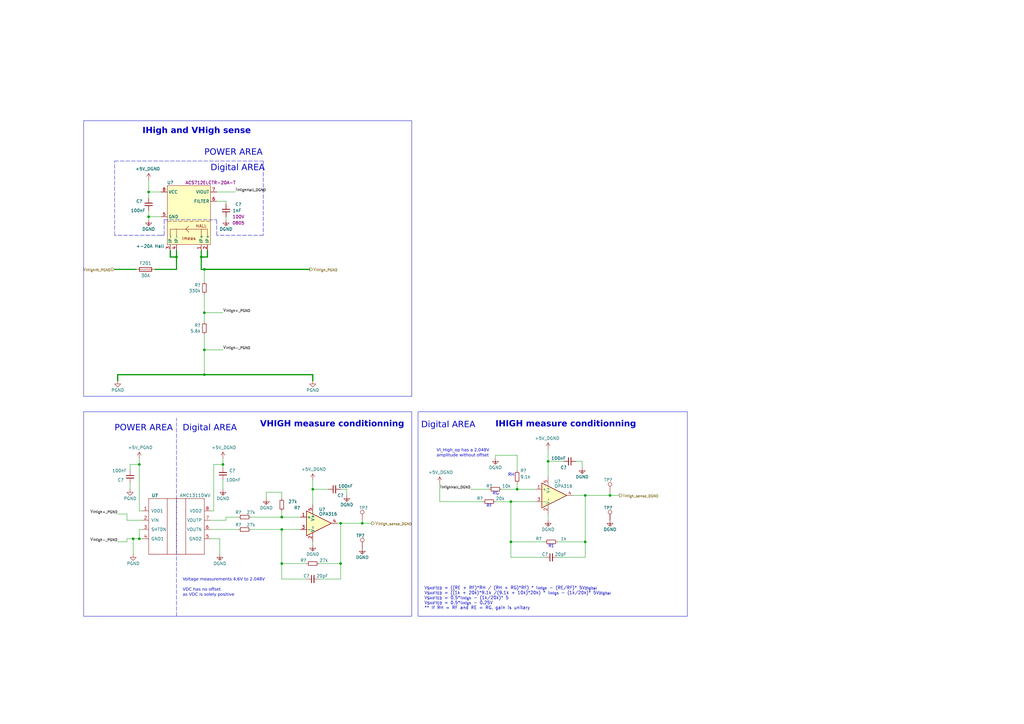
<source format=kicad_sch>
(kicad_sch (version 20230121) (generator eeschema)
  (paper "A3")
  (title_block (title "OWNVERTER V1.0") (comment 1 "TWR"))
  (lib_symbols
    (symbol "Amplifier_Operational:TLV6001DCK" (pin_names (offset 0.127))
      (property "Reference" "U203" (at 2.54 5.715 0))
      (property "Value" "OPA316" (at 2.54 3.81 0))
      (symbol "TLV6001DCK_0_1"
        (polyline (pts (xy -2.54 5.08) (xy -2.54 -5.08) (xy 7.62 0) (xy -2.54 5.08)) (stroke (width 0.254)) (fill (type background)))
      )
      (symbol "TLV6001DCK_1_1"
        (pin input line (at -5.08 2.54 0) (length 2.54) (name "+") (number "1"))
        (pin power_in line (at 0 -7.62 90) (length 3.81) (name "V-") (number "2"))
        (pin input line (at -5.08 -2.54 0) (length 2.54) (name "-") (number "3"))
        (pin output line (at 10.16 0 180) (length 2.54) (name "") (number "4"))
        (pin power_in line (at 0 7.62 270) (length 3.81) (name "V+") (number "5"))
      )
    )
    (symbol "Connector:TestPoint" (pin_numbers hide) (pin_names (offset 0.762) hide)
      (property "Reference" "TP" (at 0 6.858 0))
      (property "Value" "TestPoint" (at 0 5.08 0))
      (symbol "TestPoint_0_1"
        (circle (center 0 3.302) (radius 0.762))
      )
      (symbol "TestPoint_1_1"
        (pin passive line (at 0 0 90) (length 2.54) (name "1") (number "1"))
      )
    )
    (symbol "Device:C_Small" (pin_numbers hide) (pin_names (offset 0.254) hide)
      (property "Reference" "C" (at 0.254 1.778 0))
      (property "Value" "C_Small" (at 0.254 -2.032 0))
      (symbol "C_Small_0_1"
        (polyline (pts (xy -1.524 -0.508) (xy 1.524 -0.508)) (stroke (width 0.3302)))
        (polyline (pts (xy -1.524 0.508) (xy 1.524 0.508)) (stroke (width 0.3048)))
      )
      (symbol "C_Small_1_1"
        (pin passive line (at 0 2.54 270) (length 2.032) (name "~") (number "1"))
        (pin passive line (at 0 -2.54 90) (length 2.032) (name "~") (number "2"))
      )
    )
    (symbol "Device:Fuse" (pin_numbers hide) (pin_names (offset 0))
      (property "Reference" "F" (at 2.032 0 90))
      (property "Value" "Fuse" (at -1.905 0 90))
      (symbol "Fuse_0_1"
        (rectangle (start -0.762 -2.54) (end 0.762 2.54) (stroke (width 0.254)))
        (polyline (pts (xy 0 2.54) (xy 0 -2.54)))
      )
      (symbol "Fuse_1_1"
        (pin passive line (at 0 3.81 270) (length 1.27) (name "~") (number "1"))
        (pin passive line (at 0 -3.81 90) (length 1.27) (name "~") (number "2"))
      )
    )
    (symbol "Device:R_Small" (pin_numbers hide) (pin_names (offset 0.254) hide)
      (property "Reference" "R" (at 0.762 0.508 0))
      (property "Value" "R_Small" (at 0.762 -1.016 0))
      (symbol "R_Small_0_1"
        (rectangle (start -0.762 1.778) (end 0.762 -1.778) (stroke (width 0.2032)))
      )
      (symbol "R_Small_1_1"
        (pin passive line (at 0 2.54 270) (length 0.762) (name "~") (number "1"))
        (pin passive line (at 0 -2.54 90) (length 0.762) (name "~") (number "2"))
      )
    )
    (symbol "R_Small_14" (pin_numbers hide) (pin_names (offset 0.254) hide)
      (property "Reference" "R" (at 0.762 0.508 0))
      (property "Value" "R_Small_14" (at 0.762 -1.016 0))
      (symbol "R_Small_14_0_1"
        (rectangle (start -0.762 1.778) (end 0.762 -1.778) (stroke (width 0.2032)))
      )
      (symbol "R_Small_14_1_1"
        (pin passive line (at 0 2.54 270) (length 0.762) (name "~") (number "1"))
        (pin passive line (at 0 -2.54 90) (length 0.762) (name "~") (number "2"))
      )
    )
    (symbol "R_Small_5" (pin_numbers hide) (pin_names (offset 0.254) hide)
      (property "Reference" "R" (at 0.762 0.508 0))
      (property "Value" "R_Small_5" (at 0.762 -1.016 0))
      (symbol "R_Small_5_0_1"
        (rectangle (start -0.762 1.778) (end 0.762 -1.778) (stroke (width 0.2032)))
      )
      (symbol "R_Small_5_1_1"
        (pin passive line (at 0 2.54 270) (length 0.762) (name "~") (number "1"))
        (pin passive line (at 0 -2.54 90) (length 0.762) (name "~") (number "2"))
      )
    )
    (symbol "R_Small_6" (pin_numbers hide) (pin_names (offset 0.254) hide)
      (property "Reference" "R" (at 0.762 0.508 0))
      (property "Value" "R_Small_6" (at 0.762 -1.016 0))
      (symbol "R_Small_6_0_1"
        (rectangle (start -0.762 1.778) (end 0.762 -1.778) (stroke (width 0.2032)))
      )
      (symbol "R_Small_6_1_1"
        (pin passive line (at 0 2.54 270) (length 0.762) (name "~") (number "1"))
        (pin passive line (at 0 -2.54 90) (length 0.762) (name "~") (number "2"))
      )
    )
    (symbol "Symbols:+5V_DGND" (power) (in_bom no) (on_board no)
      (property "Value" "+5V_DGND" (at -0.127 3.81 0))
      (symbol "+5V_DGND_0_1"
        (polyline (pts (xy -0.762 1.27) (xy 0 2.54)))
        (polyline (pts (xy 0 0) (xy 0 2.54)))
        (polyline (pts (xy 0 2.54) (xy 0.762 1.27)))
      )
      (symbol "+5V_DGND_1_1"
        (pin power_in line (at 0 0 90) (length 0) hide (name "+5V_DGND") (number "1"))
      )
    )
    (symbol "Symbols:+5V_PGND" (power) (in_bom no) (on_board no)
      (property "Value" "+5V_PGND" (at -0.127 3.81 0))
      (symbol "+5V_PGND_0_1"
        (polyline (pts (xy -0.762 1.27) (xy 0 2.54)))
        (polyline (pts (xy 0 0) (xy 0 2.54)))
        (polyline (pts (xy 0 2.54) (xy 0.762 1.27)))
      )
      (symbol "+5V_PGND_1_1"
        (pin power_in line (at 0 0 90) (length 0) hide (name "+5V_PGND") (number "1"))
      )
    )
    (symbol "Symbols:ACS712ELCTR-20A-T"
      (property "Reference" "U" (at -7.62 10.16 0))
      (property "Value" "+-20A" (at 0 0 0))
      (symbol "ACS712ELCTR-20A-T_0_0"
        (rectangle (start -8.89 8.89) (end 8.89 -15.24) (fill (type background)))
        (polyline (pts (xy -8.89 -5.715) (xy 8.89 -5.715)) (stroke (width 0) (type dash)))
        (polyline (pts (xy 0 -10.16) (xy -1.27 -8.89) (xy 0 -7.62)))
        (text "HALL" (at 5.08 -7.62 0) (effects (font (size 1.27 1.27))))
        (text "Imeas" (at 0 -12.7 0) (effects (font (size 1.27 1.27))))
      )
      (symbol "ACS712ELCTR-20A-T_0_1"
        (polyline (pts (xy 5.08 -8.89) (xy 7.62 -8.89) (xy 7.62 -11.43)))
        (polyline (pts (xy -7.62 -11.43) (xy -7.62 -8.89) (xy -5.08 -8.89) (xy -7.62 -8.89)))
        (polyline (pts (xy -5.08 -11.43) (xy -5.08 -8.89) (xy 5.08 -8.89) (xy 5.08 -11.43)))
      )
      (symbol "ACS712ELCTR-20A-T_1_1"
        (pin passive line (at 5.08 -17.78 90) (length 2.54) (name "IP+") (number "1"))
        (pin passive line (at 7.62 -17.78 90) (length 2.54) (name "IP+") (number "2"))
        (pin passive line (at -7.62 -17.78 90) (length 2.54) (name "IP-") (number "3"))
        (pin passive line (at -5.08 -17.78 90) (length 2.54) (name "IP-") (number "4"))
        (pin power_in line (at -11.43 -3.81 0) (length 2.54) (name "GND") (number "5"))
        (pin passive line (at 11.43 2.54 180) (length 2.54) (name "FILTER") (number "6"))
        (pin output line (at 11.43 6.35 180) (length 2.54) (name "VIOUT") (number "7"))
        (pin power_in line (at -11.43 6.35 0) (length 2.54) (name "VCC") (number "8"))
      )
    )
    (symbol "Symbols:AMC1311DBW" (pin_names (offset 1.016))
      (property "Reference" "U" (at -11.43 13.97 0))
      (property "Value" "AMC1311DBW" (at 7.62 -11.43 0))
      (symbol "AMC1311DBW_0_1"
        (rectangle (start -11.43 12.7) (end 11.43 -10.16))
        (polyline (pts (xy -3.81 12.7) (xy -3.81 -10.16)))
        (polyline (pts (xy 0 12.7) (xy 0 -10.16)) (stroke (width 0) (type dash)))
        (polyline (pts (xy 3.81 12.7) (xy 3.81 -10.16)))
      )
      (symbol "AMC1311DBW_1_1"
        (pin power_in line (at -13.97 7.62 0) (length 2.54) (name "VDD1") (number "1"))
        (pin input line (at -13.97 3.81 0) (length 2.54) (name "VIN") (number "2"))
        (pin input line (at -13.97 0 0) (length 2.54) (name "SHTDN") (number "3"))
        (pin power_in line (at -13.97 -3.81 0) (length 2.54) (name "GND1") (number "4"))
        (pin power_in line (at 13.97 -3.81 180) (length 2.54) (name "GND2") (number "5"))
        (pin output line (at 13.97 0 180) (length 2.54) (name "VOUTN") (number "6"))
        (pin output line (at 13.97 3.81 180) (length 2.54) (name "VOUTP") (number "7"))
        (pin power_in line (at 13.97 7.62 180) (length 2.54) (name "VDD2") (number "8"))
      )
    )
    (symbol "Symbols:DGND" (power) (pin_names (offset 0))
      (property "Value" "DGND" (at 0 -3.81 0))
      (symbol "DGND_0_0"
        (text "D" (at 0 -1.778 0) (effects (font (size 0.63 0.63))))
      )
      (symbol "DGND_0_1"
        (polyline (pts (xy 0 0) (xy 0 -1.27) (xy 1.27 -1.27) (xy 0 -2.54) (xy -1.27 -1.27) (xy 0 -1.27)))
      )
      (symbol "DGND_1_1"
        (pin power_in line (at 0 0 270) (length 0) hide (name "DGND") (number "1"))
      )
    )
    (symbol "Symbols:PGND" (power) (pin_names (offset 0))
      (property "Value" "PGND" (at 0 -3.81 0))
      (symbol "PGND_0_1"
        (polyline (pts (xy 0 0) (xy 0 -1.27) (xy 1.27 -1.27) (xy 0 -2.54) (xy -1.27 -1.27) (xy 0 -1.27)))
      )
      (symbol "PGND_1_1"
        (pin power_in line (at 0 0 270) (length 0) hide (name "PGND") (number "1"))
      )
    )
    (symbol "TLV6001DCK_1" (pin_names (offset 0.127))
      (property "Reference" "U" (at 7.62 2.54 0))
      (property "Value" "TLV6001DCK" (at 11.43 -2.54 0))
      (symbol "TLV6001DCK_1_0_1"
        (polyline (pts (xy -2.54 5.08) (xy -2.54 -5.08) (xy 7.62 0) (xy -2.54 5.08)) (stroke (width 0.254)) (fill (type background)))
      )
      (symbol "TLV6001DCK_1_1_1"
        (pin input line (at -5.08 2.54 0) (length 2.54) (name "+") (number "1"))
        (pin power_in line (at 0 -7.62 90) (length 3.81) (name "V-") (number "2"))
        (pin input line (at -5.08 -2.54 0) (length 2.54) (name "-") (number "3"))
        (pin output line (at 10.16 0 180) (length 2.54) (name "~") (number "4"))
        (pin power_in line (at 0 7.62 270) (length 3.81) (name "V+") (number "5"))
      )
    )
  )
  (junction (at 91.44 190.5))
  (junction (at 83.82 143.51))
  (junction (at 83.82 110.49))
  (junction (at 60.96 88.9))
  (junction (at 83.82 153.67))
  (junction (at 240.03 222.25))
  (junction (at 115.57 231.14))
  (junction (at 250.19 203.2))
  (junction (at 72.39 105.41))
  (junction (at 82.55 105.41))
  (junction (at 128.27 200.66))
  (junction (at 209.55 222.25))
  (junction (at 83.82 128.27))
  (junction (at 139.7 214.63))
  (junction (at 148.59 214.63))
  (junction (at 57.15 220.98))
  (junction (at 54.61 220.98))
  (junction (at 57.15 190.5))
  (junction (at 115.57 217.17))
  (junction (at 60.96 78.74))
  (junction (at 240.03 203.2))
  (junction (at 115.57 212.09))
  (junction (at 212.09 200.66))
  (junction (at 209.55 205.74))
  (junction (at 139.7 231.14))
  (junction (at 224.79 189.23))
  (wire (pts (xy 48.26 153.67) (xy 48.26 156.21)) (stroke (width 0.5)))
  (wire (pts (xy 203.2 205.74) (xy 209.55 205.74)))
  (polyline (pts (xy 66.04 96.52) (xy 46.99 96.52)) (stroke (width 0) (type dash)))
  (wire (pts (xy 91.44 190.5) (xy 87.63 190.5)))
  (wire (pts (xy 60.96 88.9) (xy 60.96 90.17)))
  (wire (pts (xy 86.36 220.98) (xy 90.17 220.98)))
  (wire (pts (xy 128.27 200.66) (xy 134.62 200.66)))
  (wire (pts (xy 228.6 228.6) (xy 240.03 228.6)))
  (polyline (pts (xy 67.31 90.17) (xy 88.9 90.17)) (stroke (width 0) (type dash)))
  (wire (pts (xy 58.42 217.17) (xy 57.15 217.17)))
  (wire (pts (xy 91.44 128.27) (xy 83.82 128.27)))
  (wire (pts (xy 148.59 214.63) (xy 152.4 214.63)))
  (wire (pts (xy 224.79 184.15) (xy 224.79 189.23)))
  (wire (pts (xy 72.39 105.41) (xy 72.39 110.49)) (stroke (width 0.45)))
  (wire (pts (xy 139.7 214.63) (xy 139.7 231.14)))
  (wire (pts (xy 212.09 200.66) (xy 219.71 200.66)))
  (wire (pts (xy 52.07 213.36) (xy 52.07 210.82)))
  (wire (pts (xy 48.26 210.82) (xy 52.07 210.82)))
  (wire (pts (xy 92.71 82.55) (xy 88.9 82.55)))
  (wire (pts (xy 139.7 200.66) (xy 142.24 200.66)))
  (wire (pts (xy 203.2 186.69) (xy 212.09 186.69)))
  (wire (pts (xy 87.63 190.5) (xy 87.63 209.55)))
  (wire (pts (xy 109.22 201.93) (xy 115.57 201.93)))
  (wire (pts (xy 52.07 220.98) (xy 54.61 220.98)))
  (wire (pts (xy 180.34 205.74) (xy 198.12 205.74)))
  (wire (pts (xy 115.57 212.09) (xy 123.19 212.09)))
  (wire (pts (xy 148.59 214.63) (xy 139.7 214.63)))
  (wire (pts (xy 92.71 83.82) (xy 92.71 82.55)))
  (wire (pts (xy 82.55 105.41) (xy 85.09 105.41)) (stroke (width 0.5)))
  (wire (pts (xy 72.39 102.87) (xy 72.39 105.41)) (stroke (width 0.45)))
  (wire (pts (xy 138.43 214.63) (xy 139.7 214.63)))
  (wire (pts (xy 238.76 189.23) (xy 238.76 191.77)))
  (wire (pts (xy 85.09 105.41) (xy 85.09 102.87)) (stroke (width 0.5)))
  (wire (pts (xy 128.27 196.85) (xy 128.27 200.66)))
  (wire (pts (xy 128.27 153.67) (xy 128.27 156.21)) (stroke (width 0.5)))
  (wire (pts (xy 58.42 213.36) (xy 52.07 213.36)))
  (wire (pts (xy 240.03 203.2) (xy 250.19 203.2)))
  (wire (pts (xy 66.04 78.74) (xy 60.96 78.74)))
  (wire (pts (xy 102.87 217.17) (xy 115.57 217.17)))
  (wire (pts (xy 212.09 186.69) (xy 212.09 193.04)))
  (wire (pts (xy 83.82 153.67) (xy 128.27 153.67)) (stroke (width 0.5)))
  (wire (pts (xy 91.44 196.85) (xy 91.44 200.66)))
  (wire (pts (xy 209.55 205.74) (xy 209.55 222.25)))
  (wire (pts (xy 109.22 201.93) (xy 109.22 204.47)))
  (polyline (pts (xy 88.9 96.52) (xy 88.9 90.17)) (stroke (width 0) (type dash)))
  (wire (pts (xy 92.71 212.09) (xy 92.71 213.36)))
  (wire (pts (xy 209.55 222.25) (xy 223.52 222.25)))
  (wire (pts (xy 203.2 186.69) (xy 203.2 187.96)))
  (wire (pts (xy 57.15 187.96) (xy 57.15 190.5)))
  (wire (pts (xy 48.26 153.67) (xy 83.82 153.67)) (stroke (width 0.5)))
  (wire (pts (xy 250.19 201.93) (xy 250.19 203.2)))
  (polyline (pts (xy 67.31 96.52) (xy 66.04 96.52)) (stroke (width 0) (type dash)))
  (wire (pts (xy 83.82 137.16) (xy 83.82 143.51)))
  (wire (pts (xy 52.07 220.98) (xy 52.07 222.25)))
  (wire (pts (xy 115.57 204.47) (xy 115.57 201.93)))
  (wire (pts (xy 83.82 110.49) (xy 127 110.49)) (stroke (width 0.5)))
  (wire (pts (xy 92.71 213.36) (xy 86.36 213.36)))
  (wire (pts (xy 57.15 220.98) (xy 58.42 220.98)))
  (wire (pts (xy 115.57 231.14) (xy 115.57 237.49)))
  (wire (pts (xy 91.44 187.96) (xy 91.44 190.5)))
  (wire (pts (xy 82.55 105.41) (xy 82.55 110.49)) (stroke (width 0.45)))
  (wire (pts (xy 83.82 120.65) (xy 83.82 128.27)))
  (wire (pts (xy 53.34 190.5) (xy 57.15 190.5)))
  (polyline (pts (xy 67.31 90.17) (xy 67.31 96.52)) (stroke (width 0) (type dash)))
  (wire (pts (xy 82.55 110.49) (xy 83.82 110.49)) (stroke (width 0.45)))
  (wire (pts (xy 224.79 189.23) (xy 224.79 195.58)))
  (wire (pts (xy 130.81 237.49) (xy 139.7 237.49)))
  (wire (pts (xy 180.34 198.12) (xy 180.34 205.74)))
  (wire (pts (xy 60.96 88.9) (xy 66.04 88.9)))
  (wire (pts (xy 125.73 237.49) (xy 115.57 237.49)))
  (wire (pts (xy 86.36 217.17) (xy 97.79 217.17)))
  (wire (pts (xy 142.24 200.66) (xy 142.24 203.2)))
  (wire (pts (xy 83.82 128.27) (xy 83.82 132.08)))
  (wire (pts (xy 91.44 143.51) (xy 83.82 143.51)))
  (wire (pts (xy 90.17 220.98) (xy 90.17 227.33)))
  (wire (pts (xy 115.57 217.17) (xy 115.57 231.14)))
  (wire (pts (xy 57.15 209.55) (xy 58.42 209.55)))
  (wire (pts (xy 224.79 189.23) (xy 231.14 189.23)))
  (polyline (pts (xy 107.95 96.52) (xy 88.9 96.52)) (stroke (width 0) (type dash)))
  (wire (pts (xy 115.57 209.55) (xy 115.57 212.09)))
  (wire (pts (xy 60.96 78.74) (xy 60.96 81.28)))
  (wire (pts (xy 212.09 198.12) (xy 212.09 200.66)))
  (wire (pts (xy 48.26 222.25) (xy 52.07 222.25)))
  (wire (pts (xy 209.55 205.74) (xy 219.71 205.74)))
  (wire (pts (xy 240.03 203.2) (xy 240.03 222.25)))
  (polyline (pts (xy 72.39 252.73) (xy 72.39 171.45)) (stroke (width 0) (type dash)))
  (wire (pts (xy 63.5 110.49) (xy 72.39 110.49)) (stroke (width 0.45)))
  (wire (pts (xy 130.81 231.14) (xy 139.7 231.14)))
  (wire (pts (xy 72.39 105.41) (xy 69.85 105.41)) (stroke (width 0.5)))
  (wire (pts (xy 224.79 210.82) (xy 224.79 213.36)))
  (wire (pts (xy 97.79 212.09) (xy 92.71 212.09)))
  (wire (pts (xy 139.7 231.14) (xy 139.7 237.49)))
  (wire (pts (xy 128.27 200.66) (xy 128.27 207.01)))
  (wire (pts (xy 250.19 203.2) (xy 254 203.2)))
  (wire (pts (xy 92.71 88.9) (xy 92.71 90.17)))
  (wire (pts (xy 54.61 220.98) (xy 57.15 220.98)))
  (polyline (pts (xy 107.95 66.04) (xy 107.95 96.52)) (stroke (width 0) (type dash)))
  (wire (pts (xy 69.85 105.41) (xy 69.85 102.87)) (stroke (width 0.5)))
  (wire (pts (xy 228.6 222.25) (xy 240.03 222.25)))
  (wire (pts (xy 88.9 78.74) (xy 96.52 78.74)))
  (wire (pts (xy 193.04 200.66) (xy 200.66 200.66)))
  (polyline (pts (xy 46.99 96.52) (xy 46.99 66.04)) (stroke (width 0) (type dash)))
  (wire (pts (xy 102.87 212.09) (xy 115.57 212.09)))
  (wire (pts (xy 115.57 217.17) (xy 123.19 217.17)))
  (wire (pts (xy 82.55 102.87) (xy 82.55 105.41)) (stroke (width 0.45)))
  (wire (pts (xy 83.82 143.51) (xy 83.82 153.67)))
  (polyline (pts (xy 46.99 66.04) (xy 107.95 66.04)) (stroke (width 0) (type dash)))
  (wire (pts (xy 205.74 200.66) (xy 212.09 200.66)))
  (wire (pts (xy 60.96 73.66) (xy 60.96 78.74)))
  (wire (pts (xy 60.96 86.36) (xy 60.96 88.9)))
  (wire (pts (xy 115.57 231.14) (xy 125.73 231.14)))
  (wire (pts (xy 57.15 217.17) (xy 57.15 220.98)))
  (wire (pts (xy 53.34 190.5) (xy 53.34 193.04)))
  (wire (pts (xy 54.61 220.98) (xy 54.61 227.33)))
  (wire (pts (xy 83.82 115.57) (xy 83.82 110.49)))
  (wire (pts (xy 128.27 222.25) (xy 128.27 223.52)))
  (wire (pts (xy 234.95 203.2) (xy 240.03 203.2)))
  (wire (pts (xy 86.36 209.55) (xy 87.63 209.55)))
  (wire (pts (xy 57.15 190.5) (xy 57.15 209.55)))
  (wire (pts (xy 53.34 198.12) (xy 53.34 200.66)))
  (wire (pts (xy 240.03 222.25) (xy 240.03 228.6)))
  (wire (pts (xy 238.76 189.23) (xy 236.22 189.23)))
  (wire (pts (xy 223.52 228.6) (xy 209.55 228.6)))
  (wire (pts (xy 148.59 213.36) (xy 148.59 214.63)))
  (wire (pts (xy 209.55 222.25) (xy 209.55 228.6)))
  (wire (pts (xy 91.44 190.5) (xy 91.44 191.77)))
  (wire (pts (xy 46.99 110.49) (xy 55.88 110.49)) (stroke (width 0.45)))
  (rectangle (start 34.29 49.53) (end 168.91 162.56))
  (rectangle (start 34.29 168.91) (end 168.91 252.73))
  (rectangle (start 171.45 168.91) (end 281.94 252.73))
  (text "Digital AREA\n" (at 172.72 176.53 0) (effects (font (size 2.54 2.54)) (justify left bottom)))
  (text "RH" (at 208.28 195.58 0) (effects (font (size 1.27 1.27)) (justify left bottom)))
  (text "IHIGH measure conditionning\n\n" (at 203.2 180.34 0) (effects (font (size 2.4892 2.4892) (thickness 0.4978) bold) (justify left bottom)))
  (text "Digital AREA\n" (at 86.36 71.12 0) (effects (font (size 2.54 2.54)) (justify left bottom)))
  (text "IHigh and VHigh sense\n" (at 58.42 55.88 0) (effects (font (size 2.4892 2.4892) (thickness 0.4978) bold) (justify left bottom)))
  (text "RG" (at 201.93 203.2 0) (effects (font (size 1.27 1.27)) (justify left bottom)))
  (text "POWER AREA\n" (at 46.99 177.8 0) (effects (font (size 2.54 2.54)) (justify left bottom)))
  (text "POWER AREA\n" (at 83.82 64.77 0) (effects (font (size 2.54 2.54)) (justify left bottom)))
  (text "Digital AREA\n" (at 74.93 177.8 0) (effects (font (size 2.54 2.54)) (justify left bottom)))
  (text "RF" (at 199.39 208.28 0) (effects (font (size 1.27 1.27)) (justify left bottom)))
  (text "VI_High_op has a 2,048V \namplitude without offset" (at 179.07 187.96 0) (effects (font (size 1.2446 1.2446)) (justify left bottom)))
  (text "Voltage measurements 4,6V to 2.048V\n\nVDC has no offset \nas VDC is solely positive\n" (at 74.93 245.11 0) (effects (font (size 1.2446 1.2446)) (justify left bottom)))
  (text "V_{SHIFTED} = ((RE + RF)*RH / (RH + RG)*RF) * I_{IHigh} - (RE/RF)* 5V_{Digital}\nV_{SHIFTED} = ((1k + 20k)*9.1k /(9.1k + 10k)*20k) * I_{IHigh} - (1k/20k)* 5V_{Digital}\nV_{SHIFTED} = 0,5*I_{IHigh} - (1k/20k)* 5\nV_{SHIFTED} = 0,5*I_{IHigh} - 0.25V\n** If RH = RF and RE = RG, gain is unitary\n" (at 173.99 250.19 0) (effects (font (size 1.27 1.27)) (justify left bottom)))
  (text "VHIGH measure conditionning\n\n" (at 106.68 180.34 0) (effects (font (size 2.4892 2.4892) (thickness 0.4978) bold) (justify left bottom)))
  (text "RE" (at 224.79 224.79 0) (effects (font (size 1.27 1.27)) (justify left bottom)))
  (label "V_{IHigh+_PGND}" (at 91.44 128.27 0))
  (label "V_{IHigh-_PGND}" (at 48.26 222.25 180))
  (label "I_{IHighHall_DGND}" (at 193.04 200.66 180))
  (label "V_{IHigh-_PGND}" (at 91.44 143.51 0))
  (label "V_{IHigh+_PGND}" (at 48.26 210.82 180))
  (label "I_{IHighHall_DGND}" (at 96.52 78.74 0))
  (hierarchical_label "V_{IHighIN_PGND}" (shape input) (at 46.99 110.49 180))
  (hierarchical_label "V_{IHigh_PGND}" (shape output) (at 127 110.49 0))
  (hierarchical_label "V_{IHigh_sense_DGND}" (shape output) (at 152.4 214.63 0))
  (hierarchical_label "I_{IHigh_sense_DGND}" (shape output) (at 254 203.2 0))
  (symbol (lib_id "Symbols:DGND") (at 92.71 90.17 0) (mirror y) (unit 1)
    (property "Reference" "#PWR?" (effects hide))
    (property "Value" "DGND" (at 92.71 93.98 0))
    (instances (project "ownverter" (path "" (reference "#PWR?") (unit 1)) (path "" (reference "#PWR0210") (unit 1))))
  )
  (symbol (lib_id "Symbols:DGND") (at 90.17 227.33 0) (unit 1)
    (property "Reference" "#PWR?" (effects hide))
    (property "Value" "DGND" (at 90.17 231.14 0))
    (instances (project "ownverter" (path "" (reference "#PWR?") (unit 1)) (path "" (reference "#PWR0207") (unit 1))))
  )
  (symbol (lib_id "Symbols:DGND") (at 128.27 223.52 0) (unit 1)
    (property "Reference" "#PWR?" (effects hide))
    (property "Value" "DGND" (at 128.27 227.33 0))
    (instances (project "ownverter" (path "" (reference "#PWR?") (unit 1)) (path "" (reference "#PWR0213") (unit 1))))
  )
  (symbol (lib_id "Symbols:DGND") (at 203.2 187.96 0) (unit 1)
    (property "Reference" "#PWR?" (effects hide))
    (property "Value" "DGND" (at 203.2 191.77 0))
    (instances (project "ownverter" (path "" (reference "#PWR?") (unit 1)) (path "" (reference "#PWR0217") (unit 1))))
  )
  (symbol (lib_id "Amplifier_Operational:TLV6001DCK") (at 224.79 203.2 0) (unit 1)
    (property "Reference" "U?" (at 227.33 197.485 0) (effects (justify left)))
    (property "Value" "OPA316" (at 227.33 199.39 0) (effects (justify left)))
    (property "Footprint" "Package_TO_SOT_SMD:SOT-353_SC-70-5_Handsoldering" (effects hide))
    (property "Datasheet" "https://www.ti.com/lit/ds/symlink/opa316.pdf?ts=1683791438609&ref_url=https%253A%252F%252Fwww.google.com%252F" (effects hide))
    (property "manf#" "OPA316IDCKT" (effects hide))
    (instances (project "ownverter" (path "" (reference "U?") (unit 1)) (path "" (reference "U204") (unit 1))))
  )
  (symbol (lib_id "Symbols:DGND") (at 224.79 213.36 0) (unit 1)
    (property "Reference" "#PWR?" (effects hide))
    (property "Value" "DGND" (at 224.79 217.17 0))
    (instances (project "ownverter" (path "" (reference "#PWR?") (unit 1)) (path "" (reference "#PWR0219") (unit 1))))
  )
  (symbol (lib_id "Device:C_Small") (at 53.34 195.58 0) (mirror y) (unit 1)
    (property "Reference" "C?" (at 50.8 196.85 0) (effects (justify left)))
    (property "Value" "100nF" (at 52.07 193.04 0) (effects (justify left)))
    (property "Footprint" "Footprints:C_0805_2012Metric" (effects hide))
    (property "manf#" "C0805C104K5RACTU" (effects hide))
    (property "DNP" "x" (effects hide))
    (property "Voltage" "50V" (effects hide))
    (property "Package" "0805" (effects hide))
    (instances (project "InverterLeg" (path "" (reference "C?") (unit 1))) (project "ownverter" (path "" (reference "C606") (unit 1)) (path "" (reference "C?") (unit 1)) (path "" (reference "C706") (unit 1)) (path "" (reference "C806") (unit 1)) (path "" (reference "C201") (unit 1))))
  )
  (symbol (lib_id "Connector:TestPoint") (at 250.19 201.93 0) (unit 1) (in_bom no) (on_board no)
    (property "Reference" "TP?" (at 247.65 196.85 0) (effects (justify left)))
    (property "Value" "TestPoint" (effects hide))
    (property "Footprint" "Footprints:TestPoint_THTPad_D1.5mm_Drill0.7mm" (effects hide))
    (property "DNP" "x" (effects hide))
    (instances (project "ownverter" (path "" (reference "TP?") (unit 1)) (path "" (reference "TP203") (unit 1))))
  )
  (symbol (lib_id "Device:R_Small") (at 212.09 195.58 0) (mirror x) (unit 1)
    (property "Reference" "R?" (at 213.36 193.04 0) (effects (justify left)))
    (property "Value" "9.1k" (at 213.36 195.58 0) (effects (justify left)))
    (property "Footprint" "Footprints:R_0805_2012Metric" (effects hide))
    (property "manf#" "CR0805-FX-9101ELF " (effects hide))
    (property "DNP" "x" (effects hide))
    (property "Package" "0805" (effects hide))
    (property "Power" "0.125W" (effects hide))
    (instances (project "InverterLeg" (path "" (reference "R?") (unit 1))) (project "ownverter" (path "" (reference "R620") (unit 1)) (path "" (reference "R?") (unit 1)) (path "" (reference "R720") (unit 1)) (path "" (reference "R820") (unit 1)) (path "" (reference "R211") (unit 1))))
  )
  (symbol (lib_id "Symbols:DGND") (at 148.59 224.79 0) (unit 1)
    (property "Reference" "#PWR?" (effects hide))
    (property "Value" "DGND" (at 148.59 228.6 0))
    (instances (project "ownverter" (path "" (reference "#PWR?") (unit 1)) (path "" (reference "#PWR0215") (unit 1))))
  )
  (symbol (lib_id "Symbols:DGND") (at 250.19 213.36 0) (unit 1)
    (property "Reference" "#PWR?" (effects hide))
    (property "Value" "DGND" (at 250.19 217.17 0))
    (instances (project "ownverter" (path "" (reference "#PWR?") (unit 1)) (path "" (reference "#PWR0222") (unit 1))))
  )
  (symbol (lib_id "Symbols:DGND") (at 142.24 203.2 0) (unit 1)
    (property "Reference" "#PWR?" (effects hide))
    (property "Value" "DGND" (at 142.24 207.01 0))
    (instances (project "ownverter" (path "" (reference "#PWR?") (unit 1)) (path "" (reference "#PWR0214") (unit 1))))
  )
  (symbol (lib_id "Symbols:PGND") (at 48.26 156.21 0) (unit 1)
    (property "Reference" "#PWR?" (effects hide))
    (property "Value" "PGND" (at 48.26 160.02 0))
    (instances (project "ownverter" (path "" (reference "#PWR?") (unit 1)) (path "" (reference "#PWR0201") (unit 1))))
  )
  (symbol (lib_name "TLV6001DCK_1") (lib_id "Amplifier_Operational:TLV6001DCK") (at 128.27 214.63 0) (unit 1)
    (property "Reference" "U?" (at 130.81 208.915 0) (effects (justify left)))
    (property "Value" "OPA316" (at 130.81 210.82 0) (effects (justify left)))
    (property "Footprint" "Package_TO_SOT_SMD:SOT-353_SC-70-5_Handsoldering" (effects hide))
    (property "Datasheet" "http://www.ti.com/lit/ds/symlink/tlv6001.pdf" (effects hide))
    (property "manf#" "OPA316IDCKT" (effects hide))
    (instances (project "ownverter" (path "" (reference "U?") (unit 1)) (path "" (reference "U203") (unit 1))))
  )
  (symbol (lib_name "R_Small_14") (lib_id "Device:R_Small") (at 100.33 212.09 90) (unit 1)
    (property "Reference" "R?" (at 99.06 210.185 90) (effects (justify left)))
    (property "Value" "27k" (at 104.775 210.185 90) (effects (justify left)))
    (property "Footprint" "Footprints:R_0805_2012Metric" (effects hide))
    (property "manf#" "CR0805-FX-2702ELF" (effects hide))
    (property "Package" "0805" (effects hide))
    (instances (project "ownverter" (path "" (reference "R?") (unit 1)) (path "" (reference "R203") (unit 1))))
  )
  (symbol (lib_name "R_Small_14") (lib_id "Device:R_Small") (at 100.33 217.17 90) (unit 1)
    (property "Reference" "R?" (at 99.06 215.265 90) (effects (justify left)))
    (property "Value" "27k" (at 104.775 215.265 90) (effects (justify left)))
    (property "Footprint" "Footprints:R_0805_2012Metric" (effects hide))
    (property "manf#" "CR0805-FX-2702ELF" (effects hide))
    (property "Package" "0805" (effects hide))
    (instances (project "ownverter" (path "" (reference "R?") (unit 1)) (path "" (reference "R204") (unit 1))))
  )
  (symbol (lib_id "Device:R_Small") (at 203.2 200.66 90) (unit 1)
    (property "Reference" "R?" (at 201.93 199.39 90) (effects (justify left)))
    (property "Value" "10k" (at 209.55 199.39 90) (effects (justify left)))
    (property "Footprint" "Footprints:R_0805_2012Metric" (effects hide))
    (property "manf#" "CRT0805-FZ-1002ELF" (effects hide))
    (property "DNP" "x" (effects hide))
    (property "Package" "0805" (effects hide))
    (property "Power" "0.1W" (effects hide))
    (instances (project "InverterLeg" (path "" (reference "R?") (unit 1))) (project "ownverter" (path "" (reference "R618") (unit 1)) (path "" (reference "R?") (unit 1)) (path "" (reference "R718") (unit 1)) (path "" (reference "R818") (unit 1)) (path "" (reference "R209") (unit 1))))
  )
  (symbol (lib_id "Device:R_Small") (at 115.57 207.01 0) (mirror y) (unit 1)
    (property "Reference" "R?" (at 123.19 208.28 0) (effects (justify left)))
    (property "Value" "27k" (at 121.92 205.74 0) (effects (justify left)))
    (property "Footprint" "Footprints:R_0805_2012Metric" (effects hide))
    (property "manf#" "CR0805-FX-2702ELF" (effects hide))
    (property "Package" "0805" (effects hide))
    (instances (project "ownverter" (path "" (reference "R?") (unit 1)) (path "" (reference "R205") (unit 1)) (path "" (reference "R521") (unit 1))))
  )
  (symbol (lib_id "Symbols:PGND") (at 128.27 156.21 0) (unit 1)
    (property "Reference" "#PWR?" (effects hide))
    (property "Value" "PGND" (at 128.27 160.02 0))
    (instances (project "ownverter" (path "" (reference "#PWR?") (unit 1)) (path "" (reference "#PWR0220") (unit 1))))
  )
  (symbol (lib_id "Symbols:+5V_DGND") (at 60.96 73.66 0) (mirror y) (unit 1) (in_bom no) (on_board no)
    (property "Reference" "#PWR?" (effects hide))
    (property "Value" "+5V_DGND" (at 60.579 69.2658 0))
    (instances (project "ownverter" (path "" (reference "#PWR?") (unit 1)) (path "" (reference "#PWR0205") (unit 1))))
  )
  (symbol (lib_id "Symbols:+5V_DGND") (at 180.34 198.12 0) (unit 1) (in_bom no) (on_board no)
    (property "Reference" "#PWR?" (effects hide))
    (property "Value" "+5V_DGND" (at 180.721 193.7258 0))
    (instances (project "ownverter" (path "" (reference "#PWR?") (unit 1)) (path "" (reference "#PWR0216") (unit 1))))
  )
  (symbol (lib_id "Symbols:DGND") (at 109.22 204.47 0) (unit 1)
    (property "Reference" "#PWR?" (effects hide))
    (property "Value" "DGND" (at 109.22 208.28 0))
    (instances (project "ownverter" (path "" (reference "#PWR?") (unit 1)) (path "" (reference "#PWR0211") (unit 1))))
  )
  (symbol (lib_id "Device:R_Small") (at 128.27 231.14 90) (unit 1)
    (property "Reference" "R?" (at 125.73 229.87 90) (effects (justify left)))
    (property "Value" "27k" (at 134.62 229.87 90) (effects (justify left)))
    (property "Footprint" "Footprints:R_0805_2012Metric" (effects hide))
    (property "manf#" "CR0805-FX-2702ELF" (effects hide))
    (property "Package" "0805" (effects hide))
    (instances (project "ownverter" (path "" (reference "R?") (unit 1)) (path "" (reference "R206") (unit 1))))
  )
  (symbol (lib_name "R_Small_5") (lib_id "Device:R_Small") (at 83.82 118.11 0) (mirror y) (unit 1)
    (property "Reference" "R?" (at 82.3214 116.9416 0) (effects (justify left)))
    (property "Value" "330k" (at 82.3214 119.253 0) (effects (justify left)))
    (property "Footprint" "Footprints:R_0805_2012Metric" (effects hide))
    (property "manf#" "CR0805-FX-3303ELF" (effects hide))
    (property "Package" "0805" (effects hide))
    (instances (project "ownverter" (path "" (reference "R?") (unit 1)) (path "" (reference "R201") (unit 1))))
  )
  (symbol (lib_id "Symbols:DGND") (at 60.96 90.17 0) (mirror y) (unit 1)
    (property "Reference" "#PWR?" (effects hide))
    (property "Value" "DGND" (at 60.96 93.98 0))
    (instances (project "ownverter" (path "" (reference "#PWR?") (unit 1)) (path "" (reference "#PWR0206") (unit 1))))
  )
  (symbol (lib_id "Symbols:DGND") (at 91.44 200.66 0) (unit 1)
    (property "Reference" "#PWR?" (effects hide))
    (property "Value" "DGND" (at 91.44 204.47 0))
    (instances (project "ownverter" (path "" (reference "#PWR?") (unit 1)) (path "" (reference "#PWR0209") (unit 1))))
  )
  (symbol (lib_id "Device:C_Small") (at 91.44 194.31 0) (mirror x) (unit 1)
    (property "Reference" "C?" (at 93.98 193.04 0) (effects (justify left)))
    (property "Value" "100nF" (at 92.71 196.85 0) (effects (justify left)))
    (property "Footprint" "Footprints:C_0805_2012Metric" (effects hide))
    (property "manf#" "C0805C104K5RACTU" (effects hide))
    (property "DNP" "x" (effects hide))
    (property "Voltage" "50V" (effects hide))
    (property "Package" "0805" (effects hide))
    (instances (project "InverterLeg" (path "" (reference "C?") (unit 1))) (project "ownverter" (path "" (reference "C606") (unit 1)) (path "" (reference "C?") (unit 1)) (path "" (reference "C706") (unit 1)) (path "" (reference "C806") (unit 1)) (path "" (reference "C203") (unit 1))))
  )
  (symbol (lib_id "Symbols:PGND") (at 54.61 227.33 0) (unit 1)
    (property "Reference" "#PWR?" (effects hide))
    (property "Value" "PGND" (at 54.61 231.14 0))
    (instances (project "ownverter" (path "" (reference "#PWR?") (unit 1)) (path "" (reference "#PWR0203") (unit 1))))
  )
  (symbol (lib_id "Symbols:+5V_DGND") (at 224.79 184.15 0) (mirror y) (unit 1) (in_bom no) (on_board no)
    (property "Reference" "#PWR?" (effects hide))
    (property "Value" "+5V_DGND" (at 224.409 179.7558 0))
    (instances (project "ownverter" (path "" (reference "#PWR?") (unit 1)) (path "" (reference "#PWR0218") (unit 1))))
  )
  (symbol (lib_id "Device:C_Small") (at 128.27 237.49 90) (unit 1)
    (property "Reference" "C?" (at 127 236.22 90) (effects (justify left)))
    (property "Value" "20pF" (at 134.62 236.22 90) (effects (justify left)))
    (property "Footprint" "Footprints:C_0805_2012Metric" (effects hide))
    (property "Datasheet" "https://www.mouser.fr/datasheet/2/447/UPY_NP0X5R_01005_4V_to_25V_V10-3003057.pdf" (effects hide))
    (property "manf#" "CC0805JRNPO9BN200" (effects hide))
    (property "Package" "0805" (effects hide))
    (instances (project "ownverter" (path "" (reference "C?") (unit 1)) (path "" (reference "C207") (unit 1))))
  )
  (symbol (lib_id "Connector:TestPoint") (at 250.19 213.36 0) (unit 1) (in_bom no) (on_board no)
    (property "Reference" "TP?" (at 247.65 208.28 0) (effects (justify left)))
    (property "Value" "TestPoint" (effects hide))
    (property "Footprint" "Footprints:TestPoint_THTPad_D1.5mm_Drill0.7mm" (effects hide))
    (property "DNP" "x" (effects hide))
    (instances (project "ownverter" (path "" (reference "TP?") (unit 1)) (path "" (reference "TP204") (unit 1))))
  )
  (symbol (lib_id "Symbols:PGND") (at 53.34 200.66 0) (mirror y) (unit 1)
    (property "Reference" "#PWR?" (effects hide))
    (property "Value" "PGND" (at 53.34 204.47 0))
    (instances (project "ownverter" (path "" (reference "#PWR?") (unit 1)) (path "" (reference "#PWR0202") (unit 1))))
  )
  (symbol (lib_id "Device:C_Small") (at 226.06 228.6 90) (unit 1)
    (property "Reference" "C?" (at 224.79 227.33 90) (effects (justify left)))
    (property "Value" "20pF" (at 232.41 227.33 90) (effects (justify left)))
    (property "Footprint" "Footprints:C_0805_2012Metric" (effects hide))
    (property "Datasheet" "https://www.mouser.fr/datasheet/2/447/UPY_NP0X5R_01005_4V_to_25V_V10-3003057.pdf" (effects hide))
    (property "manf#" "CC0805JRNPO9BN200" (effects hide))
    (property "Package" "0805" (effects hide))
    (instances (project "ownverter" (path "" (reference "C?") (unit 1)) (path "" (reference "C217") (unit 1))))
  )
  (symbol (lib_id "Device:C_Small") (at 92.71 86.36 180) (unit 1)
    (property "Reference" "C?" (at 99.06 83.82 0) (effects (justify left)))
    (property "Value" "1nF" (at 99.06 86.36 0) (effects (justify left)))
    (property "Footprint" "Footprints:C_0805_2012Metric" (effects hide))
    (property "Package" "0805" (at 97.79 91.44 0))
    (property "Voltage" "100V" (at 97.79 88.9 0))
    (property "manf#" "CL21C102JCFNNNE" (effects hide))
    (property "DNP" "x" (effects hide))
    (instances (project "InverterLeg" (path "" (reference "C?") (unit 1))) (project "ownverter" (path "" (reference "C?") (unit 1)) (path "" (reference "C?") (unit 1)) (path "" (reference "C204") (unit 1))))
  )
  (symbol (lib_id "Device:C_Small") (at 137.16 200.66 90) (unit 1)
    (property "Reference" "C?" (at 140.97 203.2 90) (effects (justify left)))
    (property "Value" "100nF" (at 144.78 199.39 90) (effects (justify left)))
    (property "Footprint" "Footprints:C_0805_2012Metric" (effects hide))
    (property "manf#" "C0805C104K5RACTU" (effects hide))
    (property "DNP" "x" (effects hide))
    (property "Voltage" "50V" (effects hide))
    (property "Package" "0805" (effects hide))
    (instances (project "InverterLeg" (path "" (reference "C?") (unit 1))) (project "ownverter" (path "" (reference "C606") (unit 1)) (path "" (reference "C?") (unit 1)) (path "" (reference "C706") (unit 1)) (path "" (reference "C806") (unit 1)) (path "" (reference "C209") (unit 1))))
  )
  (symbol (lib_id "Device:R_Small") (at 226.06 222.25 90) (unit 1)
    (property "Reference" "R?" (at 222.25 220.98 90) (effects (justify left)))
    (property "Value" "1k" (at 232.41 220.98 90) (effects (justify left)))
    (property "Footprint" "Footprints:R_0805_2012Metric" (effects hide))
    (property "manf#" "CR0805-FX-1001ELF" (effects hide))
    (property "DNP" "x" (effects hide))
    (property "Package" "0805" (effects hide))
    (property "Power" "0.1W" (effects hide))
    (instances (project "InverterLeg" (path "" (reference "R?") (unit 1))) (project "ownverter" (path "" (reference "R621") (unit 1)) (path "" (reference "R?") (unit 1)) (path "" (reference "R721") (unit 1)) (path "" (reference "R821") (unit 1)) (path "" (reference "R212") (unit 1))))
  )
  (symbol (lib_id "Symbols:+5V_PGND") (at 57.15 187.96 0) (unit 1) (in_bom no) (on_board no)
    (property "Reference" "#PWR?" (effects hide))
    (property "Value" "+5V_PGND" (at 57.531 183.5658 0))
    (instances (project "ownverter" (path "" (reference "#PWR?") (unit 1)) (path "" (reference "#PWR0204") (unit 1))))
  )
  (symbol (lib_id "Symbols:DGND") (at 238.76 191.77 0) (mirror y) (unit 1)
    (property "Reference" "#PWR?" (effects hide))
    (property "Value" "DGND" (at 238.76 195.58 0))
    (instances (project "ownverter" (path "" (reference "#PWR?") (unit 1)) (path "" (reference "#PWR0221") (unit 1))))
  )
  (symbol (lib_id "Device:R_Small") (at 200.66 205.74 90) (unit 1)
    (property "Reference" "R?" (at 198.12 204.47 90) (effects (justify left)))
    (property "Value" "20k" (at 207.01 204.47 90) (effects (justify left)))
    (property "Footprint" "Footprints:R_0805_2012Metric" (effects hide))
    (property "manf#" "CR0805-FX-2002ELF" (effects hide))
    (property "DNP" "x" (effects hide))
    (property "Package" "0805" (effects hide))
    (property "Power" "0.125W" (effects hide))
    (instances (project "InverterLeg" (path "" (reference "R?") (unit 1))) (project "ownverter" (path "" (reference "R619") (unit 1)) (path "" (reference "R?") (unit 1)) (path "" (reference "R719") (unit 1)) (path "" (reference "R819") (unit 1)) (path "" (reference "R210") (unit 1))))
  )
  (symbol (lib_id "Symbols:+5V_DGND") (at 128.27 196.85 0) (unit 1) (in_bom no) (on_board no)
    (property "Reference" "#PWR?" (effects hide))
    (property "Value" "+5V_DGND" (at 128.651 192.4558 0))
    (instances (project "ownverter" (path "" (reference "#PWR?") (unit 1)) (path "" (reference "#PWR0212") (unit 1))))
  )
  (symbol (lib_id "Symbols:AMC1311DBW") (at 72.39 217.17 0) (unit 1)
    (property "Reference" "U?" (at 63.5 203.2 0) (effects (font bold)))
    (property "Value" "AMC1311DWV" (at 80.01 203.2 0))
    (property "Footprint" "Package_SO:SOIC-8_7.5x5.85mm_P1.27mm" (effects hide))
    (property "Datasheet" "https://www.ti.com/lit/ds/symlink/amc1311.pdf?ts=1597049043074&ref_url=https%253A%252F%252Fwww.google.com%252F" (effects hide))
    (property "manf#" "AMC1311DWV" (effects hide))
    (instances (project "ownverter" (path "" (reference "U?") (unit 1)) (path "" (reference "U201") (unit 1))))
  )
  (symbol (lib_id "Device:C_Small") (at 60.96 83.82 180) (unit 1)
    (property "Reference" "C?" (at 58.42 82.55 0) (effects (justify left)))
    (property "Value" "100nF" (at 59.69 86.36 0) (effects (justify left)))
    (property "Footprint" "Footprints:C_0805_2012Metric" (effects hide))
    (property "manf#" "C0805C104K5RACTU" (effects hide))
    (property "DNP" "x" (effects hide))
    (property "Voltage" "50V" (effects hide))
    (property "Package" "0805" (effects hide))
    (instances (project "InverterLeg" (path "" (reference "C?") (unit 1))) (project "ownverter" (path "" (reference "C606") (unit 1)) (path "" (reference "C?") (unit 1)) (path "" (reference "C706") (unit 1)) (path "" (reference "C806") (unit 1)) (path "" (reference "C202") (unit 1))))
  )
  (symbol (lib_id "Symbols:+5V_DGND") (at 91.44 187.96 0) (unit 1) (in_bom no) (on_board no)
    (property "Reference" "#PWR?" (effects hide))
    (property "Value" "+5V_DGND" (at 91.821 183.5658 0))
    (instances (project "ownverter" (path "" (reference "#PWR?") (unit 1)) (path "" (reference "#PWR0208") (unit 1))))
  )
  (symbol (lib_id "Connector:TestPoint") (at 148.59 213.36 0) (unit 1) (in_bom no) (on_board no)
    (property "Reference" "TP?" (at 147.32 208.28 0) (effects (justify left)))
    (property "Value" "TestPoint" (effects hide))
    (property "Footprint" "Footprints:TestPoint_THTPad_D1.5mm_Drill0.7mm" (effects hide))
    (property "DNP" "x" (effects hide))
    (instances (project "ownverter" (path "" (reference "TP?") (unit 1)) (path "" (reference "TP201") (unit 1))))
  )
  (symbol (lib_name "R_Small_6") (lib_id "Device:R_Small") (at 83.82 134.62 0) (mirror y) (unit 1)
    (property "Reference" "R?" (at 82.3214 133.4516 0) (effects (justify left)))
    (property "Value" "5.6k" (at 82.3214 135.763 0) (effects (justify left)))
    (property "Footprint" "Footprints:R_0805_2012Metric" (effects hide))
    (property "manf#" "CR0805-FX-5601ELF" (effects hide))
    (property "Package" "0805" (effects hide))
    (instances (project "ownverter" (path "" (reference "R?") (unit 1)) (path "" (reference "R202") (unit 1))))
  )
  (symbol (lib_id "Connector:TestPoint") (at 148.59 224.79 0) (unit 1) (in_bom no) (on_board no)
    (property "Reference" "TP?" (at 146.05 219.71 0) (effects (justify left)))
    (property "Value" "TestPoint" (effects hide))
    (property "Footprint" "Footprints:TestPoint_THTPad_D1.5mm_Drill0.7mm" (effects hide))
    (property "DNP" "x" (effects hide))
    (instances (project "ownverter" (path "" (reference "TP?") (unit 1)) (path "" (reference "TP202") (unit 1))))
  )
  (symbol (lib_id "Device:Fuse") (at 59.69 110.49 90) (unit 1)
    (property "Reference" "F201" (at 59.69 107.95 90))
    (property "Value" "30A" (at 59.69 113.03 90))
    (property "Footprint" "Footprints:F_0678H_Bel" (effects hide))
    (property "Datasheet" "https://www.belfuse.com/resources/datasheets/circuitprotection/ds-cp-0678h-series.pdf" (effects hide))
    (property "manf#" "0678H9300-02" (effects hide))
  )
  (symbol (lib_id "Device:C_Small") (at 233.68 189.23 270) (mirror x) (unit 1)
    (property "Reference" "C?" (at 229.87 191.77 90) (effects (justify left)))
    (property "Value" "100nF" (at 226.06 187.96 90) (effects (justify left)))
    (property "Footprint" "Footprints:C_0805_2012Metric" (effects hide))
    (property "manf#" "C0805C104K5RACTU" (effects hide))
    (property "DNP" "x" (effects hide))
    (property "Voltage" "50V" (effects hide))
    (property "Package" "0805" (effects hide))
    (instances (project "InverterLeg" (path "" (reference "C?") (unit 1))) (project "ownverter" (path "" (reference "C606") (unit 1)) (path "" (reference "C?") (unit 1)) (path "" (reference "C706") (unit 1)) (path "" (reference "C806") (unit 1)) (path "" (reference "C218") (unit 1))))
  )
  (symbol (lib_id "Symbols:ACS712ELCTR-20A-T") (at 77.47 85.09 0) (unit 1)
    (property "Reference" "U?" (at 69.85 74.93 0))
    (property "Value" "+-20A Hall" (at 61.595 100.965 0))
    (property "Footprint" "Package_SO:SOIC-8_3.9x4.9mm_P1.27mm" (effects hide))
    (property "Datasheet" "http://www.allegromicro.com/~/media/Files/Datasheets/ACS712-Datasheet.ashx?la=en" (effects hide))
    (property "manf#" "ACS712ELCTR-20A-T" (at 86.36 74.93 0))
    (instances (project "ownverter" (path "" (reference "U?") (unit 1)) (path "" (reference "U202") (unit 1))))
  )
)
</source>
